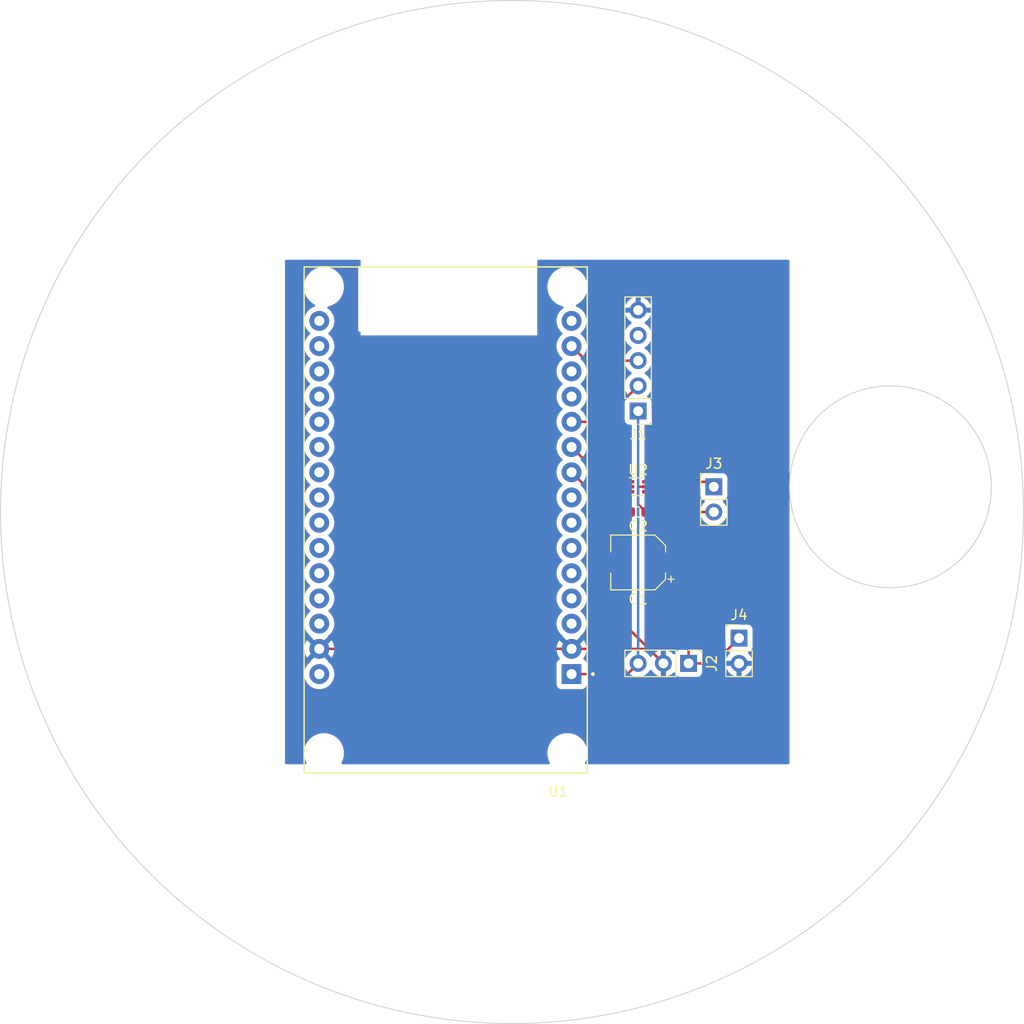
<source format=kicad_pcb>
(kicad_pcb (version 20211014) (generator pcbnew)
  (layers (0 "F.Cu" signal) (31 "B.Cu" signal) (34 "B.Paste" user) (35 "F.Paste" user) (36 "B.SilkS" user "B.Silkscreen") (37 "F.SilkS" user "F.Silkscreen") (38 "B.Mask" user) (39 "F.Mask" user) (44 "Edge.Cuts" user))
  (net 0 "")
  (net 1 "Net-(J1-Pad+)")
  (net 8 "Net-(U1-Pad9)")
  (net 9 "Net-(U1-Pad10)")
  (net 10 "Net-(J1-PadD)")
  (net 13 "Net-(J1-PadC)")
  (net 29 "Net-(J3-Pad1)")
  (net 30 "Net-(J3-Pad2)")
  (net 32 "/VIN")
  (net 33 "/GND")
  (footprint "Connector_PinHeader_2.54mm:PinHeader_1x02_P2.54mm_Vertical" (layer "F.Cu") (at 106.68 88.9)
    (fp_text reference "J3" (at 0 -2.33) (layer "F.SilkS"))
    (fp_text value "Conn_01x02_Male")
    (fp_line (start -1.33 3.87) (end 1.33 3.87) (layer "F.SilkS") (width 0.12))
    (fp_line (start -1.33 1.27) (end 1.33 1.27) (layer "F.SilkS") (width 0.12))
    (fp_line (start -1.33 1.27) (end -1.33 3.87) (layer "F.SilkS") (width 0.12))
    (fp_line (start 1.33 1.27) (end 1.33 3.87) (layer "F.SilkS") (width 0.12))
    (fp_line (start -1.33 -1.33) (end 0 -1.33) (layer "F.SilkS") (width 0.12))
    (fp_line (start -1.33 0) (end -1.33 -1.33) (layer "F.SilkS") (width 0.12))
    (pad "1" thru_hole rect (at 0 0) (size 1.7 1.7) (drill 1) (layers *.Cu *.Mask) (net 29 "Net-(J3-Pad1)"))
    (pad "2" thru_hole oval (at 0 2.54) (size 1.7 1.7) (drill 1) (layers *.Cu *.Mask) (net 30 "Net-(J3-Pad2)"))
  )
  (footprint "Package_TO_SOT_SMD:SOT-563" (layer "F.Cu") (at 99.06 88.9)
    (fp_text reference "U2" (at 0 -1.7) (layer "F.SilkS"))
    (fp_text value "DRV8220DRLR")
    (fp_line (start -0.9 -0.9) (end 0.65 -0.9) (layer "F.SilkS") (width 0.12))
    (fp_line (start 0.65 0.9) (end -0.65 0.9) (layer "F.SilkS") (width 0.12))
    (pad "1" smd rect (at -0.75 -0.5) (size 0.7 0.34) (layers "F.Cu" "F.Paste" "F.Mask") (net 9 "Net-(U1-Pad10)"))
    (pad "2" smd rect (at -0.75 0) (size 0.7 0.34) (layers "F.Cu" "F.Paste" "F.Mask") (net 8 "Net-(U1-Pad9)"))
    (pad "3" smd rect (at -0.75 0.5) (size 0.7 0.34) (layers "F.Cu" "F.Paste" "F.Mask") (net 33 "/GND"))
    (pad "4" smd rect (at 0.75 0.5) (size 0.7 0.34) (layers "F.Cu" "F.Paste" "F.Mask") (net 30 "Net-(J3-Pad2)"))
    (pad "5" smd rect (at 0.75 0) (size 0.7 0.34) (layers "F.Cu" "F.Paste" "F.Mask") (net 32 "/VIN"))
    (pad "6" smd rect (at 0.75 -0.5) (size 0.7 0.34) (layers "F.Cu" "F.Paste" "F.Mask") (net 29 "Net-(J3-Pad1)"))
  )
  (footprint "Connector_PinHeader_2.54mm:PinHeader_1x05_P2.54mm_Vertical" (layer "F.Cu") (at 99.06 81.28 180)
    (fp_text reference "J1" (at 0 -2.33) (layer "F.SilkS"))
    (fp_text value "DS3231")
    (fp_line (start 1.33 1.27) (end 1.33 11.49) (layer "F.SilkS") (width 0.12))
    (fp_line (start -1.33 -1.33) (end 0 -1.33) (layer "F.SilkS") (width 0.12))
    (fp_line (start -1.33 0) (end -1.33 -1.33) (layer "F.SilkS") (width 0.12))
    (fp_line (start -1.33 1.27) (end -1.33 11.49) (layer "F.SilkS") (width 0.12))
    (fp_line (start -1.33 11.49) (end 1.33 11.49) (layer "F.SilkS") (width 0.12))
    (fp_line (start -1.33 1.27) (end 1.33 1.27) (layer "F.SilkS") (width 0.12))
    (pad "+" thru_hole rect (at 0 0 180) (size 1.7 1.7) (drill 1) (layers *.Cu *.Mask) (net 1 "Net-(J1-Pad+)"))
    (pad "-" thru_hole oval (at 0 10.16 180) (size 1.7 1.7) (drill 1) (layers *.Cu *.Mask) (net 33 "/GND"))
    (pad "C" thru_hole oval (at 0 5.08 180) (size 1.7 1.7) (drill 1) (layers *.Cu *.Mask) (net 13 "Net-(J1-PadC)"))
    (pad "D" thru_hole oval (at 0 2.54 180) (size 1.7 1.7) (drill 1) (layers *.Cu *.Mask) (net 10 "Net-(J1-PadD)"))
    (pad "NC" thru_hole oval (at 0 7.62 180) (size 1.7 1.7) (drill 1) (layers *.Cu *.Mask))
  )
  (footprint "Connector_PinHeader_2.54mm:PinHeader_1x02_P2.54mm_Vertical" (layer "F.Cu") (at 109.22 104.14)
    (fp_text reference "J4" (at 0 -2.33) (layer "F.SilkS"))
    (fp_text value "Conn_01x02_Male")
    (fp_line (start 1.33 1.27) (end 1.33 3.87) (layer "F.SilkS") (width 0.12))
    (fp_line (start -1.33 1.27) (end 1.33 1.27) (layer "F.SilkS") (width 0.12))
    (fp_line (start -1.33 0) (end -1.33 -1.33) (layer "F.SilkS") (width 0.12))
    (fp_line (start -1.33 1.27) (end -1.33 3.87) (layer "F.SilkS") (width 0.12))
    (fp_line (start -1.33 3.87) (end 1.33 3.87) (layer "F.SilkS") (width 0.12))
    (fp_line (start -1.33 -1.33) (end 0 -1.33) (layer "F.SilkS") (width 0.12))
    (pad "1" thru_hole rect (at 0 0) (size 1.7 1.7) (drill 1) (layers *.Cu *.Mask) (net 32 "/VIN"))
    (pad "2" thru_hole oval (at 0 2.54) (size 1.7 1.7) (drill 1) (layers *.Cu *.Mask) (net 33 "/GND"))
  )
  (footprint "Capacitor_SMD:CP_Elec_5x5.7" (layer "F.Cu") (at 99.06 96.52 180)
    (fp_text reference "C1" (at 0 -3.7) (layer "F.SilkS"))
    (fp_text value "22uf")
    (fp_line (start -2.76 1.695563) (end -1.695563 2.76) (layer "F.SilkS") (width 0.12))
    (fp_line (start -3.625 -1.685) (end -3 -1.685) (layer "F.SilkS") (width 0.12))
    (fp_line (start -1.695563 2.76) (end 2.76 2.76) (layer "F.SilkS") (width 0.12))
    (fp_line (start -2.76 -1.695563) (end -1.695563 -2.76) (layer "F.SilkS") (width 0.12))
    (fp_line (start -2.76 1.695563) (end -2.76 1.06) (layer "F.SilkS") (width 0.12))
    (fp_line (start 2.76 2.76) (end 2.76 1.06) (layer "F.SilkS") (width 0.12))
    (fp_line (start -3.3125 -1.9975) (end -3.3125 -1.3725) (layer "F.SilkS") (width 0.12))
    (fp_line (start 2.76 -2.76) (end 2.76 -1.06) (layer "F.SilkS") (width 0.12))
    (fp_line (start -2.76 -1.695563) (end -2.76 -1.06) (layer "F.SilkS") (width 0.12))
    (fp_line (start -1.695563 -2.76) (end 2.76 -2.76) (layer "F.SilkS") (width 0.12))
    (pad "1" smd roundrect (at -2.2 0 180) (size 3 1.6) (layers "F.Cu" "F.Paste" "F.Mask") (roundrect_rratio 0.15625) (net 32 "/VIN"))
    (pad "2" smd roundrect (at 2.2 0 180) (size 3 1.6) (layers "F.Cu" "F.Paste" "F.Mask") (roundrect_rratio 0.15625) (net 33 "/GND"))
  )
  (footprint "Capacitor_SMD:C_0603_1608Metric" (layer "F.Cu") (at 99.06 91.44 180)
    (fp_text reference "C2" (at 0 -1.43) (layer "F.SilkS"))
    (fp_text value "0.1uf")
    (fp_line (start -0.14058 -0.51) (end 0.14058 -0.51) (layer "F.SilkS") (width 0.12))
    (fp_line (start -0.14058 0.51) (end 0.14058 0.51) (layer "F.SilkS") (width 0.12))
    (pad "1" smd roundrect (at -0.775 0 180) (size 0.9 0.95) (layers "F.Cu" "F.Paste" "F.Mask") (net 32 "/VIN"))
    (pad "2" smd roundrect (at 0.775 0 180) (size 0.9 0.95) (layers "F.Cu" "F.Paste" "F.Mask") (net 33 "/GND"))
  )
  (footprint "footprints:MODULE_ESP32_DEVKIT_V1" (layer "F.Cu") (at 79.655 92.245 180)
    (fp_text reference "U1" (at -11.355 -27.36 180) (layer "F.SilkS"))
    (fp_text value "ESP32-DEVKIT-V1")
    (fp_line (start 3.5 -25.475) (end 14.23 -25.475) (layer "F.SilkS") (width 0.127))
    (fp_line (start -8.91 25.475) (end 8.78 25.475) (layer "F.SilkS") (width 0.127))
    (fp_line (start 14.23 -25.475) (end 14.23 25.475) (layer "F.SilkS") (width 0.127))
    (fp_line (start -14.28 -25.475) (end -3.211 -25.475) (layer "F.SilkS") (width 0.127))
    (fp_line (start 14.23 25.475) (end -14.28 25.475) (layer "F.SilkS") (width 0.127))
    (fp_line (start -14.28 25.475) (end -14.28 -25.475) (layer "F.SilkS") (width 0.127))
    (fp_line (start -3.211 -25.475) (end 3.5 -25.475) (layer "F.SilkS") (width 0.127))
    (fp_line (start -14.28 25.475) (end -8.91 25.475) (layer "F.SilkS") (width 0.127))
    (fp_line (start 8.78 25.475) (end 14.23 25.475) (layer "F.SilkS") (width 0.127))
    (fp_line (start 14.23 -25.475) (end 14.23 25.475) (layer "F.SilkS") (width 0.127))
    (fp_line (start -14.28 25.475) (end -14.28 -25.475) (layer "F.SilkS") (width 0.127))
    (fp_line (start -14.28 -25.475) (end 14.23 -25.475) (layer "F.SilkS") (width 0.127))
    (fp_circle (center -14.85 -15.515) (end -14.75 -15.515) (layer "F.SilkS") (width 0.2) (fill none))
    (pad "" np_thru_hole circle locked (at 12.23 23.475 180) (size 3 3) (drill 3) (layers *.Cu *.Mask))
    (pad "" np_thru_hole circle locked (at -12.28 23.475 180) (size 3 3) (drill 3) (layers *.Cu *.Mask))
    (pad "" np_thru_hole circle locked (at 12.23 -23.475 180) (size 3 3) (drill 3) (layers *.Cu *.Mask))
    (pad "" np_thru_hole circle locked (at -12.28 -23.475 180) (size 3 3) (drill 3) (layers *.Cu *.Mask))
    (pad "1" thru_hole rect locked (at -12.7 -15.515 180) (size 2 2) (drill 1.02) (layers *.Cu *.Mask) (net 1 "Net-(J1-Pad+)"))
    (pad "2" thru_hole circle locked (at -12.7 -12.975 180) (size 2 2) (drill 1.02) (layers *.Cu *.Mask) (net 33 "/GND"))
    (pad "3" thru_hole circle locked (at -12.7 -10.435 180) (size 2 2) (drill 1.02) (layers *.Cu *.Mask))
    (pad "4" thru_hole circle locked (at -12.7 -7.895 180) (size 2 2) (drill 1.02) (layers *.Cu *.Mask))
    (pad "5" thru_hole circle locked (at -12.7 -5.355 180) (size 2 2) (drill 1.02) (layers *.Cu *.Mask))
    (pad "6" thru_hole circle locked (at -12.7 -2.815 180) (size 2 2) (drill 1.02) (layers *.Cu *.Mask))
    (pad "7" thru_hole circle locked (at -12.7 -0.275 180) (size 2 2) (drill 1.02) (layers *.Cu *.Mask))
    (pad "8" thru_hole circle locked (at -12.7 2.265 180) (size 2 2) (drill 1.02) (layers *.Cu *.Mask))
    (pad "9" thru_hole circle locked (at -12.7 4.805 180) (size 2 2) (drill 1.02) (layers *.Cu *.Mask) (net 8 "Net-(U1-Pad9)"))
    (pad "10" thru_hole circle locked (at -12.7 7.345 180) (size 2 2) (drill 1.02) (layers *.Cu *.Mask) (net 9 "Net-(U1-Pad10)"))
    (pad "11" thru_hole circle locked (at -12.7 9.885 180) (size 2 2) (drill 1.02) (layers *.Cu *.Mask) (net 10 "Net-(J1-PadD)"))
    (pad "12" thru_hole circle locked (at -12.7 12.425 180) (size 2 2) (drill 1.02) (layers *.Cu *.Mask))
    (pad "13" thru_hole circle locked (at -12.7 14.965 180) (size 2 2) (drill 1.02) (layers *.Cu *.Mask))
    (pad "14" thru_hole circle locked (at -12.7 17.505 180) (size 2 2) (drill 1.02) (layers *.Cu *.Mask) (net 13 "Net-(J1-PadC)"))
    (pad "15" thru_hole circle locked (at -12.7 20.045 180) (size 2 2) (drill 1.02) (layers *.Cu *.Mask))
    (pad "16" thru_hole circle locked (at 12.7 20.045 180) (size 2 2) (drill 1.02) (layers *.Cu *.Mask))
    (pad "17" thru_hole circle locked (at 12.7 17.505 180) (size 2 2) (drill 1.02) (layers *.Cu *.Mask))
    (pad "18" thru_hole circle locked (at 12.7 14.965 180) (size 2 2) (drill 1.02) (layers *.Cu *.Mask))
    (pad "19" thru_hole circle locked (at 12.7 12.425 180) (size 2 2) (drill 1.02) (layers *.Cu *.Mask))
    (pad "20" thru_hole circle locked (at 12.7 9.885 180) (size 2 2) (drill 1.02) (layers *.Cu *.Mask))
    (pad "21" thru_hole circle locked (at 12.7 7.345 180) (size 2 2) (drill 1.02) (layers *.Cu *.Mask))
    (pad "22" thru_hole circle locked (at 12.7 4.805 180) (size 2 2) (drill 1.02) (layers *.Cu *.Mask))
    (pad "23" thru_hole circle locked (at 12.7 2.265 180) (size 2 2) (drill 1.02) (layers *.Cu *.Mask))
    (pad "24" thru_hole circle locked (at 12.7 -0.275 180) (size 2 2) (drill 1.02) (layers *.Cu *.Mask))
    (pad "25" thru_hole circle locked (at 12.7 -2.815 180) (size 2 2) (drill 1.02) (layers *.Cu *.Mask))
    (pad "26" thru_hole circle locked (at 12.7 -5.355 180) (size 2 2) (drill 1.02) (layers *.Cu *.Mask))
    (pad "27" thru_hole circle locked (at 12.7 -7.895 180) (size 2 2) (drill 1.02) (layers *.Cu *.Mask))
    (pad "28" thru_hole circle locked (at 12.7 -10.435 180) (size 2 2) (drill 1.02) (layers *.Cu *.Mask))
    (pad "29" thru_hole circle locked (at 12.7 -12.975 180) (size 2 2) (drill 1.02) (layers *.Cu *.Mask) (net 33 "/GND"))
    (pad "30" thru_hole circle locked (at 12.7 -15.515 180) (size 2 2) (drill 1.02) (layers *.Cu *.Mask))
    (zone (net 0) (net_name "") (layer "B.Cu") (connect_pads (clearance 0)) (min_thickness 0.01)
      (keepout (tracks not_allowed) (vias not_allowed) (pads not_allowed) (copperpour not_allowed) (footprints allowed))
      (fill (thermal_gap 0.508) (thermal_bridge_width 0.508))
      (polygon (pts (xy 88.565 73.26) (xy 70.875 73.26) (xy 70.875 66.77) (xy 88.565 66.77)))
    )
  )
  (footprint "Connector_PinHeader_2.54mm:PinHeader_1x03_P2.54mm_Vertical" (layer "F.Cu") (at 104.14 106.68 -90)
    (fp_text reference "J2" (at 0 -2.33 90) (layer "F.SilkS"))
    (fp_text value "VREG(TSR 1-2450)")
    (fp_line (start -1.33 1.27) (end 1.33 1.27) (layer "F.SilkS") (width 0.12))
    (fp_line (start -1.33 -1.33) (end 0 -1.33) (layer "F.SilkS") (width 0.12))
    (fp_line (start -1.33 0) (end -1.33 -1.33) (layer "F.SilkS") (width 0.12))
    (fp_line (start -1.33 6.41) (end 1.33 6.41) (layer "F.SilkS") (width 0.12))
    (fp_line (start 1.33 1.27) (end 1.33 6.41) (layer "F.SilkS") (width 0.12))
    (fp_line (start -1.33 1.27) (end -1.33 6.41) (layer "F.SilkS") (width 0.12))
    (pad "GND" thru_hole oval (at 0 2.54 270) (size 1.7 1.7) (drill 1) (layers *.Cu *.Mask) (net 33 "/GND"))
    (pad "VIN" thru_hole rect (at 0 0 270) (size 1.7 1.7) (drill 1) (layers *.Cu *.Mask) (net 32 "/VIN"))
    (pad "VOUT" thru_hole oval (at 0 5.08 270) (size 1.7 1.7) (drill 1) (layers *.Cu *.Mask) (net 1 "Net-(J1-Pad+)"))
  )
  (gr_circle (center 124.46 88.9) (end 124.46 99.06) (layer "Edge.Cuts") (width 0.1) (fill none))
  (gr_circle (center 86.36 91.44) (end 137.86 91.44) (layer "Edge.Cuts") (width 0.1) (fill none))
  (segment (start 92.355 107.76) (end 97.98 107.76) (width 0.25) (layer "F.Cu") (net 1))
  (segment (start 97.98 107.76) (end 99.06 106.68) (width 0.25) (layer "F.Cu") (net 1))
  (segment (start 99.06 81.28) (end 99.06 106.68) (width 0.25) (layer "B.Cu") (net 1))
  (segment (start 93.815 88.9) (end 92.355 87.44) (width 0.25) (layer "F.Cu") (net 8))
  (segment (start 98.31 88.9) (end 93.815 88.9) (width 0.25) (layer "F.Cu") (net 8))
  (segment (start 92.355 84.9) (end 95.855 88.4) (width 0.25) (layer "F.Cu") (net 9))
  (segment (start 95.855 88.4) (end 98.31 88.4) (width 0.25) (layer "F.Cu") (net 9))
  (segment (start 92.355 82.36) (end 95.44 82.36) (width 0.25) (layer "F.Cu") (net 10))
  (segment (start 95.44 82.36) (end 99.06 78.74) (width 0.25) (layer "F.Cu") (net 10))
  (segment (start 93.815 76.2) (end 92.355 74.74) (width 0.25) (layer "F.Cu") (net 13))
  (segment (start 99.06 76.2) (end 93.815 76.2) (width 0.25) (layer "F.Cu") (net 13))
  (segment (start 106.68 88.9) (end 106.18 88.4) (width 0.25) (layer "F.Cu") (net 29))
  (segment (start 106.18 88.4) (end 99.81 88.4) (width 0.25) (layer "F.Cu") (net 29))
  (segment (start 101.85 91.44) (end 99.81 89.4) (width 0.25) (layer "F.Cu") (net 30))
  (segment (start 106.68 91.44) (end 101.85 91.44) (width 0.25) (layer "F.Cu") (net 30))
  (segment (start 106.68 106.68) (end 109.22 104.14) (width 0.25) (layer "F.Cu") (net 32))
  (segment (start 99.835 91.44) (end 99.06 90.665) (width 0.25) (layer "F.Cu") (net 32))
  (segment (start 104.14 106.68) (end 104.14 99.4) (width 0.25) (layer "F.Cu") (net 32))
  (segment (start 101.26 92.865) (end 99.835 91.44) (width 0.25) (layer "F.Cu") (net 32))
  (segment (start 104.14 106.68) (end 106.68 106.68) (width 0.25) (layer "F.Cu") (net 32))
  (segment (start 104.14 99.4) (end 101.26 96.52) (width 0.25) (layer "F.Cu") (net 32))
  (segment (start 99.06 90.665) (end 99.06 88.9) (width 0.25) (layer "F.Cu") (net 32))
  (segment (start 99.06 88.9) (end 99.81 88.9) (width 0.25) (layer "F.Cu") (net 32))
  (segment (start 101.26 96.52) (end 101.26 92.865) (width 0.25) (layer "F.Cu") (net 32))
  (segment (start 92.355 105.22) (end 100.14 105.22) (width 0.25) (layer "F.Cu") (net 33))
  (segment (start 98.285 89.425) (end 98.31 89.4) (width 0.25) (layer "F.Cu") (net 33))
  (segment (start 98.285 91.44) (end 98.285 89.425) (width 0.25) (layer "F.Cu") (net 33))
  (segment (start 96.86 96.52) (end 96.86 101.94) (width 0.25) (layer "F.Cu") (net 33))
  (segment (start 100.14 105.22) (end 101.6 106.68) (width 0.25) (layer "F.Cu") (net 33))
  (segment (start 66.955 105.22) (end 92.355 105.22) (width 0.25) (layer "F.Cu") (net 33))
  (segment (start 96.86 101.94) (end 101.6 106.68) (width 0.25) (layer "F.Cu") (net 33))
  (segment (start 98.285 95.095) (end 96.86 96.52) (width 0.25) (layer "F.Cu") (net 33))
  (segment (start 98.285 91.44) (end 98.285 95.095) (width 0.25) (layer "F.Cu") (net 33))
  (zone (net 33) (net_name "/GND") (layer "B.Cu") (connect_pads (clearance 0.508)) (min_thickness 0.254) (fill yes (thermal_gap 0.508) (thermal_bridge_width 0.508))
    (polygon (pts (xy 71.12 73.66) (xy 88.9 73.66) (xy 88.9 66.04) (xy 114.3 66.04) (xy 114.3 116.84) (xy 63.5 116.84) (xy 63.5 66.04) (xy 71.12 66.04)))
  )
)
</source>
